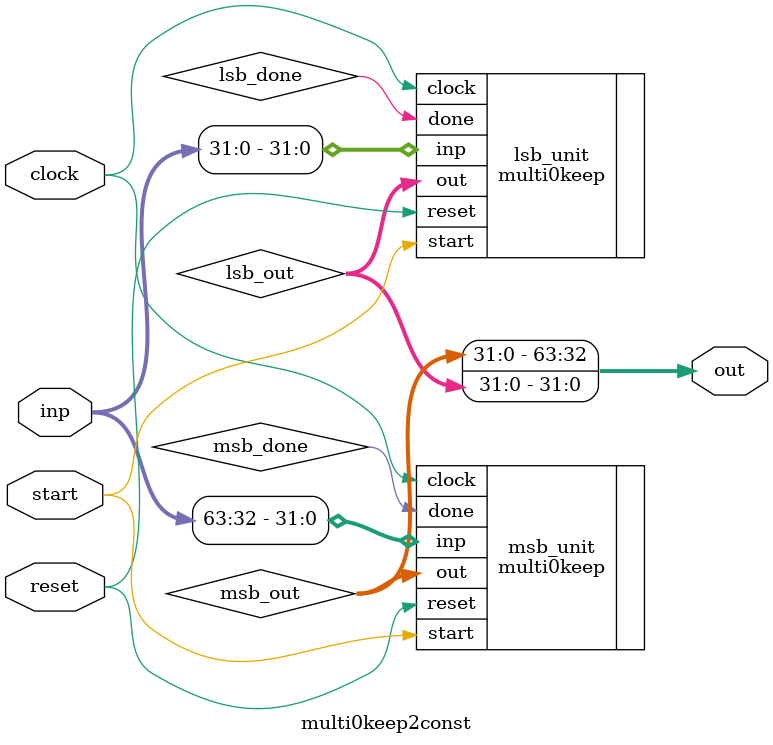
<source format=v>
module multi0keep2const(
	input wire clock,
	input wire reset,
	input wire start,
	input wire [63:0] inp,
	output wire [63:0] out);

wire lsb_done, msb_done;
wire [31:0] lsb_out, msb_out;

multi0keep lsb_unit(
	.clock(clock), .reset(reset), .start(start),
	.inp(inp[31:0]), .done(lsb_done), .out(lsb_out)
);
multi0keep msb_unit(
	.clock(clock), .reset(reset), .start(start),
	.inp(inp[63:32]), .done(msb_done), .out(msb_out)
);

// no need to buffer as the multi cycle unit keeps the output constant
assign out = { msb_out, lsb_out };

endmodule

</source>
